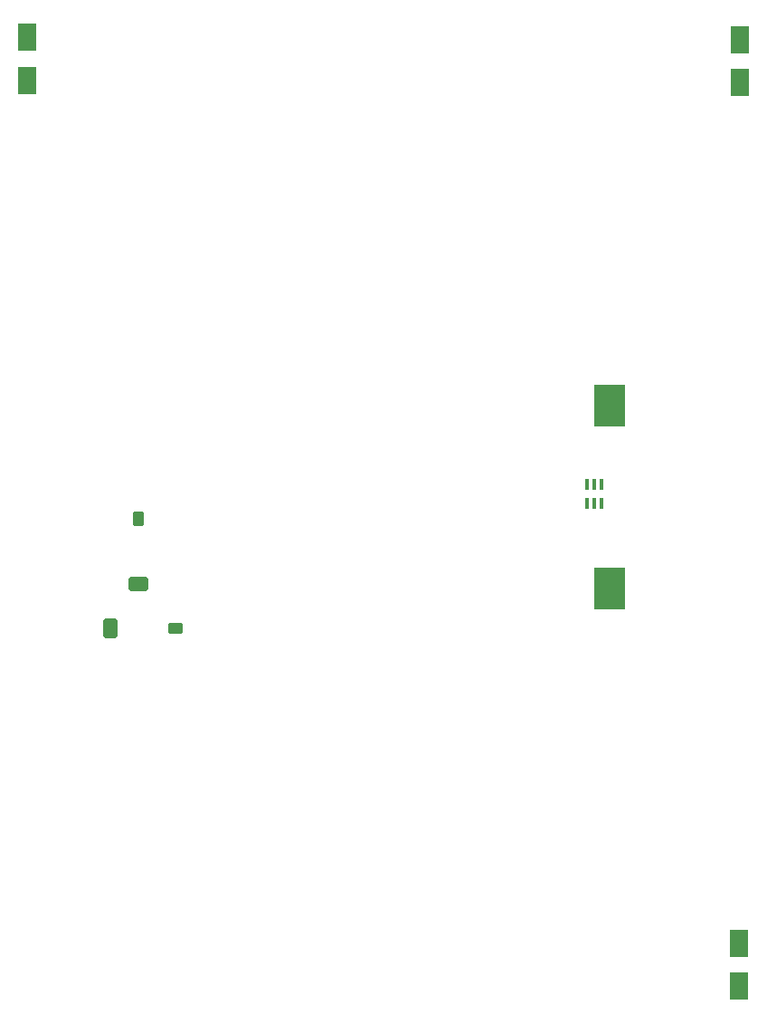
<source format=gtp>
%TF.GenerationSoftware,KiCad,Pcbnew,9.0.1*%
%TF.CreationDate,2025-04-07T03:16:16-07:00*%
%TF.ProjectId,ZPlus_Panel,5a506c75-735f-4506-916e-656c2e6b6963,2.4*%
%TF.SameCoordinates,Original*%
%TF.FileFunction,Paste,Top*%
%TF.FilePolarity,Positive*%
%FSLAX46Y46*%
G04 Gerber Fmt 4.6, Leading zero omitted, Abs format (unit mm)*
G04 Created by KiCad (PCBNEW 9.0.1) date 2025-04-07 03:16:16*
%MOMM*%
%LPD*%
G01*
G04 APERTURE LIST*
G04 Aperture macros list*
%AMRoundRect*
0 Rectangle with rounded corners*
0 $1 Rounding radius*
0 $2 $3 $4 $5 $6 $7 $8 $9 X,Y pos of 4 corners*
0 Add a 4 corners polygon primitive as box body*
4,1,4,$2,$3,$4,$5,$6,$7,$8,$9,$2,$3,0*
0 Add four circle primitives for the rounded corners*
1,1,$1+$1,$2,$3*
1,1,$1+$1,$4,$5*
1,1,$1+$1,$6,$7*
1,1,$1+$1,$8,$9*
0 Add four rect primitives between the rounded corners*
20,1,$1+$1,$2,$3,$4,$5,0*
20,1,$1+$1,$4,$5,$6,$7,0*
20,1,$1+$1,$6,$7,$8,$9,0*
20,1,$1+$1,$8,$9,$2,$3,0*%
G04 Aperture macros list end*
%ADD10RoundRect,0.162500X-0.787500X0.487500X-0.787500X-0.487500X0.787500X-0.487500X0.787500X0.487500X0*%
%ADD11RoundRect,0.137500X-0.412500X0.512500X-0.412500X-0.512500X0.412500X-0.512500X0.412500X0.512500X0*%
%ADD12R,1.700000X2.500000*%
%ADD13R,3.000000X4.000000*%
%ADD14RoundRect,0.162500X0.487500X0.787500X-0.487500X0.787500X-0.487500X-0.787500X0.487500X-0.787500X0*%
%ADD15RoundRect,0.137500X0.512500X0.412500X-0.512500X0.412500X-0.512500X-0.412500X0.512500X-0.412500X0*%
%ADD16R,0.350000X1.000000*%
G04 APERTURE END LIST*
D10*
%TO.C,D7*%
X126513000Y-95843200D03*
D11*
X126513000Y-89743200D03*
%TD*%
D12*
%TO.C,D0*%
X116088000Y-44718200D03*
X116088000Y-48718200D03*
%TD*%
D13*
%TO.C,AE1*%
X170608000Y-96283200D03*
X170608000Y-79183200D03*
%TD*%
D14*
%TO.C,D8*%
X123863000Y-99968200D03*
D15*
X129963000Y-99968200D03*
%TD*%
D12*
%TO.C,D6*%
X182788000Y-44918200D03*
X182788000Y-48918200D03*
%TD*%
D16*
%TO.C,U2*%
X168512000Y-88277200D03*
X169162000Y-88277200D03*
X169812000Y-88277200D03*
X169812000Y-86477200D03*
X169162000Y-86477200D03*
X168512000Y-86477200D03*
%TD*%
D12*
%TO.C,D4*%
X182688000Y-129443200D03*
X182688000Y-133443200D03*
%TD*%
M02*

</source>
